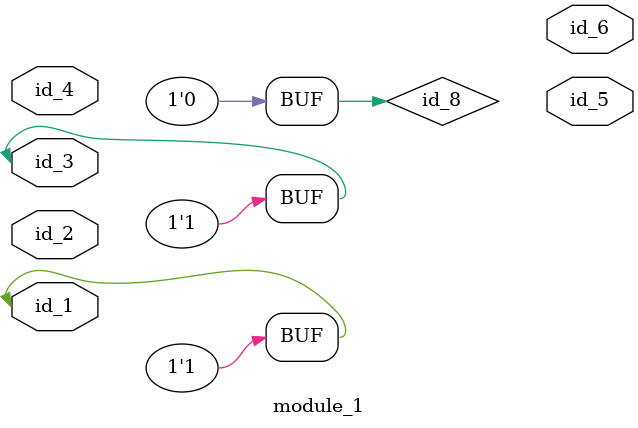
<source format=v>
module module_0 (
    id_1,
    id_2
);
  inout wire id_2;
  inout wire id_1;
  assign id_1 = id_1;
  assign module_1.id_3 = 0;
endmodule
module module_1 (
    id_1,
    id_2,
    id_3,
    id_4,
    id_5,
    id_6
);
  output wire id_6;
  output wire id_5;
  inout wire id_4;
  input wire id_3;
  input wire id_2;
  inout wire id_1;
  assign id_1 = id_3;
  assign id_6[1] = id_3 & id_4;
  assign id_1 = id_1 / 1;
  assign id_1 = 1;
  wire id_7;
  wire id_8 = 1'h0;
  module_0 modCall_1 (
      id_8,
      id_1
  );
endmodule

</source>
